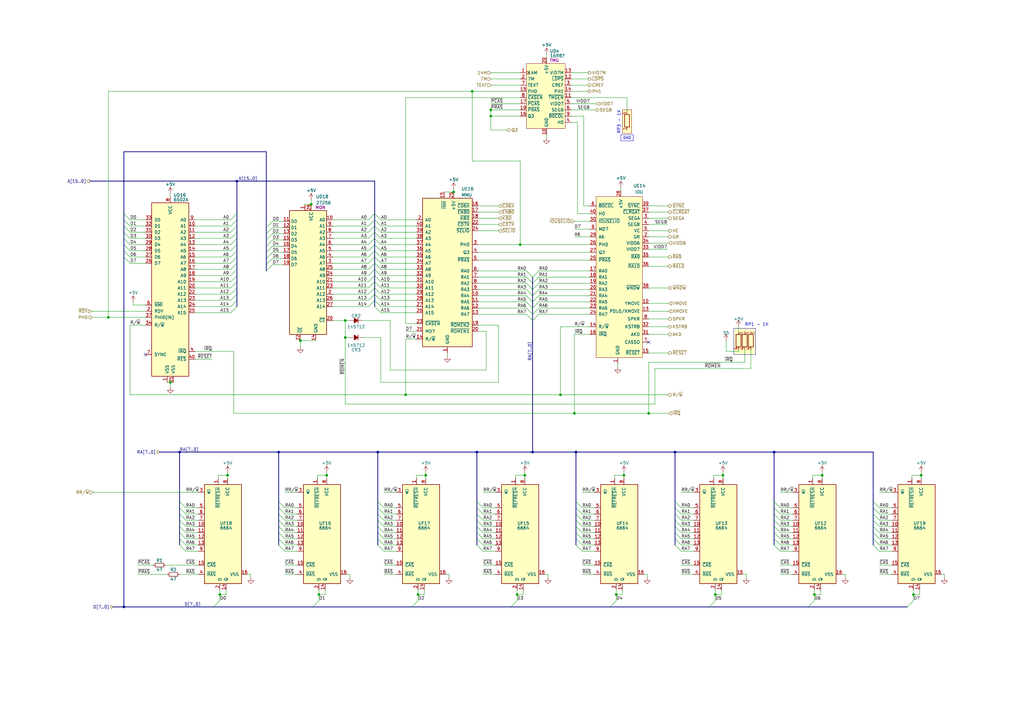
<source format=kicad_sch>
(kicad_sch (version 20230121) (generator eeschema)
  (paper "A3")
  (title_block (title "CPU") (rev "1") (company "bald.ee/bitpreserve") (comment 1 "Apple IIc"))
  (junction (at 255.905 194.945))
  (junction (at 252.73 243.84))
  (junction (at 334.01 243.84))
  (junction (at 229.87 161.925))
  (junction (at 193.675 37.465))
  (junction (at 50.8 248.92))
  (junction (at 235.585 169.545))
  (junction (at 337.185 194.945))
  (junction (at 374.65 243.84))
  (junction (at 93.345 194.945))
  (junction (at 317.5 185.42))
  (junction (at 69.85 156.845))
  (junction (at 236.22 185.42))
  (junction (at 127.635 83.82))
  (junction (at 276.86 185.42))
  (junction (at 154.94 185.42))
  (junction (at 215.265 194.945))
  (junction (at 186.055 78.74))
  (junction (at 266.065 169.545))
  (junction (at 123.19 139.7))
  (junction (at 141.605 131.445))
  (junction (at 174.625 194.945))
  (junction (at 296.545 194.945))
  (junction (at 133.985 194.945))
  (junction (at 114.3 185.42))
  (junction (at 130.81 243.84))
  (junction (at 213.36 100.33))
  (junction (at 218.44 185.42))
  (junction (at 195.58 185.42))
  (junction (at 73.66 185.42))
  (junction (at 377.825 194.945))
  (junction (at 97.155 74.295))
  (junction (at 201.295 45.085))
  (junction (at 90.17 243.84))
  (junction (at 141.605 138.43))
  (junction (at 293.37 243.84))
  (junction (at 212.09 243.84))
  (junction (at 44.45 130.175))
  (junction (at 166.37 161.925))
  (junction (at 201.295 47.625))
  (junction (at 171.45 243.84))
  (no_connect (at 266.065 140.335))
  (no_connect (at 59.69 145.415))
  (bus_entry (at 154.94 210.82) (size 2.54 2.54))
  (bus_entry (at 195.58 208.28) (size 2.54 2.54))
  (bus_entry (at 153.67 105.41) (size -2.54 2.54))
  (bus_entry (at 218.44 126.365) (size -2.54 -2.54))
  (bus_entry (at 317.5 210.82) (size 2.54 2.54))
  (bus_entry (at 276.86 223.52) (size 2.54 2.54))
  (bus_entry (at 317.5 205.74) (size 2.54 2.54))
  (bus_entry (at 73.66 218.44) (size 2.54 2.54))
  (bus_entry (at 236.22 210.82) (size 2.54 2.54))
  (bus_entry (at 109.22 111.125) (size 2.54 -2.54))
  (bus_entry (at 114.3 223.52) (size 2.54 2.54))
  (bus_entry (at 153.67 92.71) (size -2.54 2.54))
  (bus_entry (at 109.22 103.505) (size 2.54 -2.54))
  (bus_entry (at 331.47 248.92) (size 2.54 -2.54))
  (bus_entry (at 153.67 113.03) (size -2.54 2.54))
  (bus_entry (at 195.58 213.36) (size 2.54 2.54))
  (bus_entry (at 153.67 118.11) (size -2.54 2.54))
  (bus_entry (at 317.5 220.98) (size 2.54 2.54))
  (bus_entry (at 50.8 90.17) (size 2.54 2.54))
  (bus_entry (at 153.67 87.63) (size -2.54 2.54))
  (bus_entry (at 153.67 118.11) (size 2.54 2.54))
  (bus_entry (at 153.67 92.71) (size 2.54 2.54))
  (bus_entry (at 154.94 223.52) (size 2.54 2.54))
  (bus_entry (at 195.58 223.52) (size 2.54 2.54))
  (bus_entry (at 153.67 97.79) (size -2.54 2.54))
  (bus_entry (at 153.67 102.87) (size 2.54 2.54))
  (bus_entry (at 114.3 205.74) (size 2.54 2.54))
  (bus_entry (at 218.44 123.825) (size -2.54 -2.54))
  (bus_entry (at 195.58 205.74) (size 2.54 2.54))
  (bus_entry (at 154.94 220.98) (size 2.54 2.54))
  (bus_entry (at 218.44 128.905) (size 2.54 -2.54))
  (bus_entry (at 73.66 208.28) (size 2.54 2.54))
  (bus_entry (at 153.67 125.73) (size 2.54 2.54))
  (bus_entry (at 97.155 87.63) (size -2.54 2.54))
  (bus_entry (at 153.67 123.19) (size 2.54 2.54))
  (bus_entry (at 153.67 110.49) (size -2.54 2.54))
  (bus_entry (at 109.22 93.345) (size 2.54 -2.54))
  (bus_entry (at 358.14 210.82) (size 2.54 2.54))
  (bus_entry (at 218.44 131.445) (size -2.54 -2.54))
  (bus_entry (at 73.66 215.9) (size 2.54 2.54))
  (bus_entry (at 73.66 205.74) (size 2.54 2.54))
  (bus_entry (at 97.155 107.95) (size -2.54 2.54))
  (bus_entry (at 97.155 118.11) (size -2.54 2.54))
  (bus_entry (at 250.19 248.92) (size 2.54 -2.54))
  (bus_entry (at 195.58 220.98) (size 2.54 2.54))
  (bus_entry (at 276.86 208.28) (size 2.54 2.54))
  (bus_entry (at 50.8 105.41) (size 2.54 2.54))
  (bus_entry (at 97.155 100.33) (size -2.54 2.54))
  (bus_entry (at 73.66 213.36) (size 2.54 2.54))
  (bus_entry (at 50.8 97.79) (size 2.54 2.54))
  (bus_entry (at 153.67 100.33) (size 2.54 2.54))
  (bus_entry (at 276.86 210.82) (size 2.54 2.54))
  (bus_entry (at 153.67 87.63) (size 2.54 2.54))
  (bus_entry (at 114.3 220.98) (size 2.54 2.54))
  (bus_entry (at 154.94 213.36) (size 2.54 2.54))
  (bus_entry (at 128.27 248.92) (size 2.54 -2.54))
  (bus_entry (at 153.67 102.87) (size -2.54 2.54))
  (bus_entry (at 168.91 248.92) (size 2.54 -2.54))
  (bus_entry (at 153.67 120.65) (size -2.54 2.54))
  (bus_entry (at 154.94 215.9) (size 2.54 2.54))
  (bus_entry (at 97.155 115.57) (size -2.54 2.54))
  (bus_entry (at 87.63 248.92) (size 2.54 -2.54))
  (bus_entry (at 114.3 213.36) (size 2.54 2.54))
  (bus_entry (at 154.94 208.28) (size 2.54 2.54))
  (bus_entry (at 114.3 218.44) (size 2.54 2.54))
  (bus_entry (at 153.67 97.79) (size 2.54 2.54))
  (bus_entry (at 276.86 213.36) (size 2.54 2.54))
  (bus_entry (at 97.155 110.49) (size -2.54 2.54))
  (bus_entry (at 218.44 123.825) (size 2.54 -2.54))
  (bus_entry (at 317.5 213.36) (size 2.54 2.54))
  (bus_entry (at 218.44 121.285) (size 2.54 -2.54))
  (bus_entry (at 73.66 220.98) (size 2.54 2.54))
  (bus_entry (at 218.44 121.285) (size -2.54 -2.54))
  (bus_entry (at 236.22 223.52) (size 2.54 2.54))
  (bus_entry (at 109.22 100.965) (size 2.54 -2.54))
  (bus_entry (at 97.155 102.87) (size -2.54 2.54))
  (bus_entry (at 218.44 118.745) (size -2.54 -2.54))
  (bus_entry (at 114.3 215.9) (size 2.54 2.54))
  (bus_entry (at 153.67 100.33) (size -2.54 2.54))
  (bus_entry (at 109.22 106.045) (size 2.54 -2.54))
  (bus_entry (at 218.44 116.205) (size 2.54 -2.54))
  (bus_entry (at 153.67 110.49) (size 2.54 2.54))
  (bus_entry (at 236.22 213.36) (size 2.54 2.54))
  (bus_entry (at 153.67 120.65) (size 2.54 2.54))
  (bus_entry (at 317.5 208.28) (size 2.54 2.54))
  (bus_entry (at 97.155 105.41) (size -2.54 2.54))
  (bus_entry (at 114.3 210.82) (size 2.54 2.54))
  (bus_entry (at 358.14 213.36) (size 2.54 2.54))
  (bus_entry (at 358.14 215.9) (size 2.54 2.54))
  (bus_entry (at 290.83 248.92) (size 2.54 -2.54))
  (bus_entry (at 73.66 223.52) (size 2.54 2.54))
  (bus_entry (at 276.86 218.44) (size 2.54 2.54))
  (bus_entry (at 276.86 205.74) (size 2.54 2.54))
  (bus_entry (at 317.5 215.9) (size 2.54 2.54))
  (bus_entry (at 218.44 113.665) (size 2.54 -2.54))
  (bus_entry (at 97.155 90.17) (size -2.54 2.54))
  (bus_entry (at 153.67 115.57) (size -2.54 2.54))
  (bus_entry (at 358.14 220.98) (size 2.54 2.54))
  (bus_entry (at 50.8 87.63) (size 2.54 2.54))
  (bus_entry (at 153.67 113.03) (size 2.54 2.54))
  (bus_entry (at 154.94 205.74) (size 2.54 2.54))
  (bus_entry (at 195.58 218.44) (size 2.54 2.54))
  (bus_entry (at 236.22 205.74) (size 2.54 2.54))
  (bus_entry (at 97.155 97.79) (size -2.54 2.54))
  (bus_entry (at 236.22 208.28) (size 2.54 2.54))
  (bus_entry (at 358.14 205.74) (size 2.54 2.54))
  (bus_entry (at 153.67 95.25) (size -2.54 2.54))
  (bus_entry (at 218.44 126.365) (size 2.54 -2.54))
  (bus_entry (at 153.67 107.95) (size -2.54 2.54))
  (bus_entry (at 236.22 218.44) (size 2.54 2.54))
  (bus_entry (at 358.14 208.28) (size 2.54 2.54))
  (bus_entry (at 50.8 92.71) (size 2.54 2.54))
  (bus_entry (at 236.22 220.98) (size 2.54 2.54))
  (bus_entry (at 73.66 210.82) (size 2.54 2.54))
  (bus_entry (at 195.58 210.82) (size 2.54 2.54))
  (bus_entry (at 218.44 131.445) (size 2.54 -2.54))
  (bus_entry (at 218.44 113.665) (size -2.54 -2.54))
  (bus_entry (at 153.67 90.17) (size -2.54 2.54))
  (bus_entry (at 50.8 102.87) (size 2.54 2.54))
  (bus_entry (at 153.67 115.57) (size 2.54 2.54))
  (bus_entry (at 153.67 90.17) (size 2.54 2.54))
  (bus_entry (at 153.67 123.19) (size -2.54 2.54))
  (bus_entry (at 50.8 95.25) (size 2.54 2.54))
  (bus_entry (at 97.155 113.03) (size -2.54 2.54))
  (bus_entry (at 358.14 218.44) (size 2.54 2.54))
  (bus_entry (at 317.5 218.44) (size 2.54 2.54))
  (bus_entry (at 153.67 95.25) (size 2.54 2.54))
  (bus_entry (at 218.44 116.205) (size -2.54 -2.54))
  (bus_entry (at 276.86 220.98) (size 2.54 2.54))
  (bus_entry (at 218.44 118.745) (size 2.54 -2.54))
  (bus_entry (at 195.58 215.9) (size 2.54 2.54))
  (bus_entry (at 114.3 208.28) (size 2.54 2.54))
  (bus_entry (at 109.22 98.425) (size 2.54 -2.54))
  (bus_entry (at 218.44 128.905) (size -2.54 -2.54))
  (bus_entry (at 109.22 95.885) (size 2.54 -2.54))
  (bus_entry (at 317.5 223.52) (size 2.54 2.54))
  (bus_entry (at 153.67 105.41) (size 2.54 2.54))
  (bus_entry (at 276.86 215.9) (size 2.54 2.54))
  (bus_entry (at 209.55 248.92) (size 2.54 -2.54))
  (bus_entry (at 97.155 125.73) (size -2.54 2.54))
  (bus_entry (at 153.67 107.95) (size 2.54 2.54))
  (bus_entry (at 358.14 223.52) (size 2.54 2.54))
  (bus_entry (at 236.22 215.9) (size 2.54 2.54))
  (bus_entry (at 97.155 92.71) (size -2.54 2.54))
  (bus_entry (at 97.155 95.25) (size -2.54 2.54))
  (bus_entry (at 50.8 100.33) (size 2.54 2.54))
  (bus_entry (at 154.94 218.44) (size 2.54 2.54))
  (bus_entry (at 97.155 123.19) (size -2.54 2.54))
  (bus_entry (at 109.22 108.585) (size 2.54 -2.54))
  (bus_entry (at 372.11 248.92) (size 2.54 -2.54))
  (bus_entry (at 97.155 120.65) (size -2.54 2.54))
  (wire (pts (xy 204.47 156.845) (xy 156.21 156.845)))
  (wire (pts (xy 279.4 201.93) (xy 284.48 201.93)))
  (wire (pts (xy 196.215 103.505) (xy 241.935 103.505)))
  (wire (pts (xy 252.095 196.215) (xy 252.095 194.945)))
  (wire (pts (xy 196.215 118.745) (xy 215.9 118.745)))
  (wire (pts (xy 235.585 97.155) (xy 241.935 97.155)))
  (wire (pts (xy 76.2 215.9) (xy 81.28 215.9)))
  (bus (pts (xy 153.67 120.65) (xy 153.67 118.11)))
  (wire (pts (xy 224.155 55.245) (xy 224.155 56.515)))
  (wire (pts (xy 141.605 138.43) (xy 141.605 165.735)))
  (bus (pts (xy 195.58 215.9) (xy 195.58 218.44)))
  (bus (pts (xy 109.22 62.23) (xy 109.22 93.345)))
  (bus (pts (xy 114.3 205.74) (xy 114.3 208.28)))
  (bus (pts (xy 317.5 218.44) (xy 317.5 220.98)))
  (wire (pts (xy 69.85 79.375) (xy 69.85 80.645)))
  (bus (pts (xy 358.14 220.98) (xy 358.14 223.52)))
  (wire (pts (xy 360.68 208.28) (xy 365.76 208.28)))
  (wire (pts (xy 214.63 243.84) (xy 212.09 243.84)))
  (wire (pts (xy 76.2 220.98) (xy 81.28 220.98)))
  (bus (pts (xy 331.47 248.92) (xy 372.11 248.92)))
  (wire (pts (xy 157.48 201.93) (xy 162.56 201.93)))
  (wire (pts (xy 296.545 194.945) (xy 296.545 196.215)))
  (wire (pts (xy 199.39 151.765) (xy 160.02 151.765)))
  (wire (pts (xy 238.76 201.93) (xy 243.84 201.93)))
  (bus (pts (xy 218.44 185.42) (xy 236.22 185.42)))
  (wire (pts (xy 198.12 223.52) (xy 203.2 223.52)))
  (wire (pts (xy 279.4 226.06) (xy 284.48 226.06)))
  (wire (pts (xy 160.02 131.445) (xy 160.02 151.765)))
  (wire (pts (xy 196.215 121.285) (xy 215.9 121.285)))
  (bus (pts (xy 153.67 123.19) (xy 153.67 120.65)))
  (wire (pts (xy 266.065 97.155) (xy 274.32 97.155)))
  (wire (pts (xy 151.13 102.87) (xy 136.525 102.87)))
  (wire (pts (xy 201.295 53.34) (xy 208.28 53.34)))
  (wire (pts (xy 297.815 139.7) (xy 297.815 144.145)))
  (wire (pts (xy 198.12 220.98) (xy 203.2 220.98)))
  (bus (pts (xy 195.58 213.36) (xy 195.58 215.9)))
  (bus (pts (xy 97.155 92.71) (xy 97.155 95.25)))
  (bus (pts (xy 153.67 102.87) (xy 153.67 100.33)))
  (wire (pts (xy 377.19 241.935) (xy 377.19 243.84)))
  (wire (pts (xy 292.735 196.215) (xy 292.735 194.945)))
  (wire (pts (xy 198.12 235.585) (xy 203.2 235.585)))
  (wire (pts (xy 156.21 123.19) (xy 170.815 123.19)))
  (wire (pts (xy 201.295 44.45) (xy 201.295 45.085)))
  (bus (pts (xy 50.8 105.41) (xy 50.8 248.92)))
  (bus (pts (xy 153.67 90.17) (xy 153.67 87.63)))
  (wire (pts (xy 336.55 241.935) (xy 336.55 243.84)))
  (bus (pts (xy 114.3 218.44) (xy 114.3 220.98)))
  (bus (pts (xy 46.355 248.92) (xy 50.8 248.92)))
  (wire (pts (xy 279.4 213.36) (xy 284.48 213.36)))
  (wire (pts (xy 193.675 37.465) (xy 44.45 37.465)))
  (wire (pts (xy 229.87 133.985) (xy 229.87 161.925)))
  (bus (pts (xy 154.94 208.28) (xy 154.94 210.82)))
  (wire (pts (xy 201.295 34.925) (xy 213.36 34.925)))
  (wire (pts (xy 127.635 81.915) (xy 127.635 83.82)))
  (wire (pts (xy 198.12 208.28) (xy 203.2 208.28)))
  (wire (pts (xy 266.065 169.545) (xy 274.32 169.545)))
  (wire (pts (xy 213.36 40.005) (xy 166.37 40.005)))
  (wire (pts (xy 53.34 107.95) (xy 59.69 107.95)))
  (wire (pts (xy 151.13 97.79) (xy 136.525 97.79)))
  (bus (pts (xy 50.8 87.63) (xy 50.8 62.23)))
  (wire (pts (xy 151.13 95.25) (xy 136.525 95.25)))
  (wire (pts (xy 196.215 89.535) (xy 204.47 89.535)))
  (wire (pts (xy 156.21 138.43) (xy 156.21 156.845)))
  (bus (pts (xy 153.67 92.71) (xy 153.67 90.17)))
  (wire (pts (xy 193.675 66.04) (xy 213.36 66.04)))
  (wire (pts (xy 156.21 102.87) (xy 170.815 102.87)))
  (wire (pts (xy 360.68 235.585) (xy 365.76 235.585)))
  (wire (pts (xy 334.01 243.84) (xy 334.01 246.38)))
  (bus (pts (xy 114.3 215.9) (xy 114.3 218.44)))
  (wire (pts (xy 156.21 90.17) (xy 170.815 90.17)))
  (bus (pts (xy 153.67 105.41) (xy 153.67 102.87)))
  (wire (pts (xy 157.48 208.28) (xy 162.56 208.28)))
  (bus (pts (xy 317.5 208.28) (xy 317.5 210.82)))
  (wire (pts (xy 151.13 110.49) (xy 136.525 110.49)))
  (wire (pts (xy 182.88 235.585) (xy 184.15 235.585)))
  (wire (pts (xy 116.84 208.28) (xy 121.92 208.28)))
  (wire (pts (xy 198.12 226.06) (xy 203.2 226.06)))
  (wire (pts (xy 116.84 235.585) (xy 121.92 235.585)))
  (wire (pts (xy 44.45 130.175) (xy 59.69 130.175)))
  (wire (pts (xy 151.13 90.17) (xy 136.525 90.17)))
  (bus (pts (xy 65.405 185.42) (xy 73.66 185.42)))
  (bus (pts (xy 73.66 215.9) (xy 73.66 218.44)))
  (wire (pts (xy 238.76 223.52) (xy 243.84 223.52)))
  (wire (pts (xy 56.515 231.775) (xy 62.865 231.775)))
  (wire (pts (xy 266.065 127.635) (xy 274.32 127.635)))
  (wire (pts (xy 213.36 66.04) (xy 213.36 100.33)))
  (wire (pts (xy 255.27 241.935) (xy 255.27 243.84)))
  (bus (pts (xy 250.19 248.92) (xy 290.83 248.92)))
  (wire (pts (xy 196.215 116.205) (xy 215.9 116.205)))
  (wire (pts (xy 266.065 133.985) (xy 274.32 133.985)))
  (bus (pts (xy 97.155 118.11) (xy 97.155 120.65)))
  (wire (pts (xy 198.12 215.9) (xy 203.2 215.9)))
  (wire (pts (xy 212.09 243.84) (xy 212.09 246.38)))
  (wire (pts (xy 213.36 100.33) (xy 241.935 100.33)))
  (wire (pts (xy 220.98 111.125) (xy 241.935 111.125)))
  (wire (pts (xy 279.4 220.98) (xy 284.48 220.98)))
  (bus (pts (xy 73.66 208.28) (xy 73.66 210.82)))
  (bus (pts (xy 97.155 87.63) (xy 97.155 90.17)))
  (wire (pts (xy 94.615 92.71) (xy 80.01 92.71)))
  (wire (pts (xy 37.465 130.175) (xy 44.45 130.175)))
  (wire (pts (xy 201.295 29.845) (xy 213.36 29.845)))
  (wire (pts (xy 156.21 128.27) (xy 170.815 128.27)))
  (wire (pts (xy 156.21 92.71) (xy 170.815 92.71)))
  (wire (pts (xy 220.98 113.665) (xy 241.935 113.665)))
  (wire (pts (xy 174.625 194.945) (xy 174.625 196.215)))
  (wire (pts (xy 266.065 148.59) (xy 266.065 169.545)))
  (wire (pts (xy 377.825 194.945) (xy 377.825 196.215)))
  (bus (pts (xy 50.8 95.25) (xy 50.8 97.79)))
  (wire (pts (xy 94.615 128.27) (xy 80.01 128.27)))
  (bus (pts (xy 218.44 126.365) (xy 218.44 128.905)))
  (wire (pts (xy 224.79 235.585) (xy 224.79 236.855)))
  (wire (pts (xy 266.065 118.11) (xy 274.32 118.11)))
  (wire (pts (xy 151.13 120.65) (xy 136.525 120.65)))
  (wire (pts (xy 302.895 133.985) (xy 302.895 135.89)))
  (wire (pts (xy 234.315 45.085) (xy 244.475 45.085)))
  (wire (pts (xy 235.585 137.16) (xy 235.585 169.545)))
  (bus (pts (xy 358.14 210.82) (xy 358.14 213.36)))
  (wire (pts (xy 53.34 90.17) (xy 59.69 90.17)))
  (wire (pts (xy 111.76 100.965) (xy 116.205 100.965)))
  (wire (pts (xy 94.615 115.57) (xy 80.01 115.57)))
  (wire (pts (xy 156.21 100.33) (xy 170.815 100.33)))
  (wire (pts (xy 238.76 208.28) (xy 243.84 208.28)))
  (bus (pts (xy 317.5 215.9) (xy 317.5 218.44)))
  (wire (pts (xy 220.98 121.285) (xy 241.935 121.285)))
  (wire (pts (xy 235.585 137.16) (xy 241.935 137.16)))
  (wire (pts (xy 223.52 235.585) (xy 224.79 235.585)))
  (wire (pts (xy 292.735 194.945) (xy 296.545 194.945)))
  (wire (pts (xy 94.615 118.11) (xy 80.01 118.11)))
  (wire (pts (xy 196.215 106.68) (xy 241.935 106.68)))
  (wire (pts (xy 54.61 125.095) (xy 59.69 125.095)))
  (bus (pts (xy 73.66 210.82) (xy 73.66 213.36)))
  (wire (pts (xy 241.935 84.455) (xy 239.395 84.455)))
  (wire (pts (xy 151.13 118.11) (xy 136.525 118.11)))
  (wire (pts (xy 183.515 144.78) (xy 183.515 146.05)))
  (wire (pts (xy 94.615 100.33) (xy 80.01 100.33)))
  (wire (pts (xy 239.395 47.625) (xy 239.395 84.455)))
  (wire (pts (xy 196.215 113.665) (xy 215.9 113.665)))
  (wire (pts (xy 125.095 83.82) (xy 127.635 83.82)))
  (bus (pts (xy 358.14 218.44) (xy 358.14 220.98)))
  (wire (pts (xy 201.295 47.625) (xy 201.295 53.34)))
  (wire (pts (xy 198.12 218.44) (xy 203.2 218.44)))
  (bus (pts (xy 97.155 102.87) (xy 97.155 105.41)))
  (wire (pts (xy 320.04 213.36) (xy 325.12 213.36)))
  (bus (pts (xy 218.44 121.285) (xy 218.44 123.825)))
  (bus (pts (xy 236.22 205.74) (xy 236.22 208.28)))
  (bus (pts (xy 276.86 218.44) (xy 276.86 220.98)))
  (wire (pts (xy 198.12 213.36) (xy 203.2 213.36)))
  (bus (pts (xy 73.66 185.42) (xy 114.3 185.42)))
  (wire (pts (xy 69.85 156.845) (xy 69.85 158.75)))
  (wire (pts (xy 238.76 220.98) (xy 243.84 220.98)))
  (bus (pts (xy 114.3 213.36) (xy 114.3 215.9)))
  (bus (pts (xy 317.5 210.82) (xy 317.5 213.36)))
  (wire (pts (xy 73.66 235.585) (xy 81.28 235.585)))
  (bus (pts (xy 358.14 185.42) (xy 358.14 205.74)))
  (bus (pts (xy 218.44 118.745) (xy 218.44 121.285)))
  (wire (pts (xy 116.84 231.775) (xy 121.92 231.775)))
  (wire (pts (xy 151.13 105.41) (xy 136.525 105.41)))
  (wire (pts (xy 76.2 213.36) (xy 81.28 213.36)))
  (wire (pts (xy 130.81 243.84) (xy 130.81 241.935)))
  (bus (pts (xy 97.155 90.17) (xy 97.155 92.71)))
  (bus (pts (xy 50.8 87.63) (xy 50.8 90.17)))
  (wire (pts (xy 142.24 235.585) (xy 143.51 235.585)))
  (wire (pts (xy 90.17 243.84) (xy 90.17 246.38)))
  (wire (pts (xy 346.71 235.585) (xy 346.71 236.855)))
  (wire (pts (xy 266.065 130.81) (xy 274.32 130.81)))
  (wire (pts (xy 266.065 84.455) (xy 274.32 84.455)))
  (bus (pts (xy 153.67 125.73) (xy 153.67 123.19)))
  (wire (pts (xy 170.815 194.945) (xy 174.625 194.945)))
  (bus (pts (xy 276.86 213.36) (xy 276.86 215.9)))
  (wire (pts (xy 211.455 196.215) (xy 211.455 194.945)))
  (wire (pts (xy 93.345 193.675) (xy 93.345 194.945)))
  (wire (pts (xy 266.065 89.535) (xy 274.32 89.535)))
  (bus (pts (xy 236.22 185.42) (xy 236.22 205.74)))
  (wire (pts (xy 38.1 201.93) (xy 81.28 201.93)))
  (wire (pts (xy 337.185 194.945) (xy 337.185 196.215)))
  (bus (pts (xy 97.155 110.49) (xy 97.155 113.03)))
  (bus (pts (xy 218.44 116.205) (xy 218.44 118.745)))
  (wire (pts (xy 238.76 231.775) (xy 243.84 231.775)))
  (wire (pts (xy 279.4 218.44) (xy 284.48 218.44)))
  (wire (pts (xy 334.01 243.84) (xy 334.01 241.935)))
  (wire (pts (xy 201.295 32.385) (xy 213.36 32.385)))
  (wire (pts (xy 279.4 215.9) (xy 284.48 215.9)))
  (wire (pts (xy 279.4 210.82) (xy 284.48 210.82)))
  (wire (pts (xy 196.215 100.33) (xy 213.36 100.33)))
  (wire (pts (xy 235.585 93.98) (xy 241.935 93.98)))
  (wire (pts (xy 156.21 97.79) (xy 170.815 97.79)))
  (wire (pts (xy 166.37 161.925) (xy 53.34 161.925)))
  (wire (pts (xy 94.615 120.65) (xy 80.01 120.65)))
  (wire (pts (xy 116.84 201.93) (xy 121.92 201.93)))
  (wire (pts (xy 101.6 235.585) (xy 102.87 235.585)))
  (wire (pts (xy 92.71 241.935) (xy 92.71 243.84)))
  (bus (pts (xy 153.67 97.79) (xy 153.67 95.25)))
  (bus (pts (xy 153.67 110.49) (xy 153.67 107.95)))
  (wire (pts (xy 196.215 94.615) (xy 204.47 94.615)))
  (wire (pts (xy 94.615 95.25) (xy 80.01 95.25)))
  (wire (pts (xy 320.04 210.82) (xy 325.12 210.82)))
  (bus (pts (xy 36.83 74.295) (xy 97.155 74.295)))
  (wire (pts (xy 266.065 105.41) (xy 274.32 105.41)))
  (bus (pts (xy 154.94 205.74) (xy 154.94 208.28)))
  (bus (pts (xy 317.5 185.42) (xy 358.14 185.42)))
  (wire (pts (xy 156.21 107.95) (xy 170.815 107.95)))
  (wire (pts (xy 171.45 243.84) (xy 171.45 246.38)))
  (bus (pts (xy 153.67 74.295) (xy 153.67 87.63)))
  (bus (pts (xy 218.44 113.665) (xy 218.44 116.205)))
  (wire (pts (xy 320.04 235.585) (xy 325.12 235.585)))
  (wire (pts (xy 374.65 243.84) (xy 377.19 243.84)))
  (wire (pts (xy 166.37 139.065) (xy 170.815 139.065)))
  (wire (pts (xy 116.84 210.82) (xy 121.92 210.82)))
  (wire (pts (xy 94.615 97.79) (xy 80.01 97.79)))
  (bus (pts (xy 154.94 215.9) (xy 154.94 218.44)))
  (wire (pts (xy 266.065 148.59) (xy 305.435 148.59)))
  (bus (pts (xy 153.67 95.25) (xy 153.67 92.71)))
  (bus (pts (xy 195.58 218.44) (xy 195.58 220.98)))
  (wire (pts (xy 264.16 235.585) (xy 265.43 235.585)))
  (wire (pts (xy 255.905 194.945) (xy 255.905 196.215)))
  (bus (pts (xy 109.22 108.585) (xy 109.22 111.125)))
  (wire (pts (xy 156.21 105.41) (xy 170.815 105.41)))
  (wire (pts (xy 196.215 86.995) (xy 204.47 86.995)))
  (bus (pts (xy 73.66 185.42) (xy 73.66 205.74)))
  (wire (pts (xy 196.215 128.905) (xy 215.9 128.905)))
  (wire (pts (xy 157.48 213.36) (xy 162.56 213.36)))
  (wire (pts (xy 151.13 92.71) (xy 136.525 92.71)))
  (wire (pts (xy 295.91 243.84) (xy 293.37 243.84)))
  (bus (pts (xy 153.67 107.95) (xy 153.67 105.41)))
  (bus (pts (xy 97.155 74.295) (xy 153.67 74.295)))
  (wire (pts (xy 360.68 231.775) (xy 365.76 231.775)))
  (wire (pts (xy 235.585 169.545) (xy 266.065 169.545)))
  (bus (pts (xy 236.22 220.98) (xy 236.22 223.52)))
  (bus (pts (xy 154.94 210.82) (xy 154.94 213.36)))
  (wire (pts (xy 336.55 243.84) (xy 334.01 243.84)))
  (bus (pts (xy 50.8 102.87) (xy 50.8 105.41)))
  (wire (pts (xy 360.68 220.98) (xy 365.76 220.98)))
  (bus (pts (xy 109.22 95.885) (xy 109.22 98.425)))
  (wire (pts (xy 111.76 93.345) (xy 116.205 93.345)))
  (wire (pts (xy 386.08 235.585) (xy 387.35 235.585)))
  (bus (pts (xy 236.22 215.9) (xy 236.22 218.44)))
  (wire (pts (xy 302.895 144.145) (xy 297.815 144.145)))
  (bus (pts (xy 317.5 185.42) (xy 317.5 205.74)))
  (wire (pts (xy 333.375 194.945) (xy 337.185 194.945)))
  (bus (pts (xy 97.155 100.33) (xy 97.155 102.87)))
  (bus (pts (xy 50.8 90.17) (xy 50.8 92.71)))
  (wire (pts (xy 94.615 107.95) (xy 80.01 107.95)))
  (wire (pts (xy 215.265 193.675) (xy 215.265 194.945)))
  (wire (pts (xy 76.2 226.06) (xy 81.28 226.06)))
  (wire (pts (xy 213.36 47.625) (xy 201.295 47.625)))
  (wire (pts (xy 295.91 241.935) (xy 295.91 243.84)))
  (wire (pts (xy 116.84 213.36) (xy 121.92 213.36)))
  (wire (pts (xy 196.215 133.35) (xy 204.47 133.35)))
  (wire (pts (xy 201.295 45.085) (xy 213.36 45.085)))
  (wire (pts (xy 53.34 100.33) (xy 59.69 100.33)))
  (bus (pts (xy 209.55 248.92) (xy 250.19 248.92)))
  (wire (pts (xy 305.435 143.51) (xy 305.435 148.59)))
  (wire (pts (xy 53.34 161.925) (xy 53.34 133.35)))
  (wire (pts (xy 374.015 196.215) (xy 374.015 194.945)))
  (wire (pts (xy 320.04 218.44) (xy 325.12 218.44)))
  (bus (pts (xy 97.155 113.03) (xy 97.155 115.57)))
  (wire (pts (xy 257.175 40.005) (xy 257.175 45.72)))
  (bus (pts (xy 114.3 208.28) (xy 114.3 210.82)))
  (bus (pts (xy 128.27 248.92) (xy 168.91 248.92)))
  (wire (pts (xy 306.07 235.585) (xy 306.07 236.855)))
  (wire (pts (xy 238.76 213.36) (xy 243.84 213.36)))
  (wire (pts (xy 193.675 37.465) (xy 213.36 37.465)))
  (wire (pts (xy 196.215 84.455) (xy 204.47 84.455)))
  (wire (pts (xy 387.35 235.585) (xy 387.35 236.855)))
  (wire (pts (xy 37.465 127.635) (xy 59.69 127.635)))
  (wire (pts (xy 215.265 194.945) (xy 215.265 196.215)))
  (wire (pts (xy 238.76 218.44) (xy 243.84 218.44)))
  (wire (pts (xy 92.71 243.84) (xy 90.17 243.84)))
  (bus (pts (xy 73.66 213.36) (xy 73.66 215.9)))
  (wire (pts (xy 214.63 241.935) (xy 214.63 243.84)))
  (bus (pts (xy 236.22 213.36) (xy 236.22 215.9)))
  (bus (pts (xy 276.86 205.74) (xy 276.86 208.28)))
  (wire (pts (xy 238.76 210.82) (xy 243.84 210.82)))
  (wire (pts (xy 141.605 138.43) (xy 141.605 131.445)))
  (wire (pts (xy 151.13 125.73) (xy 136.525 125.73)))
  (wire (pts (xy 156.21 110.49) (xy 170.815 110.49)))
  (wire (pts (xy 157.48 231.775) (xy 162.56 231.775)))
  (wire (pts (xy 345.44 235.585) (xy 346.71 235.585)))
  (wire (pts (xy 133.35 241.935) (xy 133.35 243.84)))
  (wire (pts (xy 171.45 243.84) (xy 171.45 241.935)))
  (wire (pts (xy 333.375 196.215) (xy 333.375 194.945)))
  (wire (pts (xy 111.76 108.585) (xy 116.205 108.585)))
  (wire (pts (xy 53.34 97.79) (xy 59.69 97.79)))
  (wire (pts (xy 130.81 243.84) (xy 130.81 246.38)))
  (wire (pts (xy 279.4 223.52) (xy 284.48 223.52)))
  (bus (pts (xy 50.8 100.33) (xy 50.8 102.87)))
  (wire (pts (xy 252.73 243.84) (xy 252.73 241.935)))
  (wire (pts (xy 94.615 102.87) (xy 80.01 102.87)))
  (wire (pts (xy 76.2 208.28) (xy 81.28 208.28)))
  (wire (pts (xy 320.04 226.06) (xy 325.12 226.06)))
  (wire (pts (xy 151.13 123.19) (xy 136.525 123.19)))
  (wire (pts (xy 266.065 144.78) (xy 274.32 144.78)))
  (wire (pts (xy 94.615 110.49) (xy 80.01 110.49)))
  (wire (pts (xy 111.76 95.885) (xy 116.205 95.885)))
  (wire (pts (xy 234.315 37.465) (xy 241.3 37.465)))
  (bus (pts (xy 290.83 248.92) (xy 331.47 248.92)))
  (wire (pts (xy 266.065 109.22) (xy 274.32 109.22)))
  (bus (pts (xy 195.58 210.82) (xy 195.58 213.36)))
  (wire (pts (xy 80.01 147.32) (xy 86.995 147.32)))
  (bus (pts (xy 114.3 185.42) (xy 114.3 205.74)))
  (bus (pts (xy 114.3 185.42) (xy 154.94 185.42)))
  (wire (pts (xy 151.13 115.57) (xy 136.525 115.57)))
  (bus (pts (xy 195.58 185.42) (xy 218.44 185.42)))
  (wire (pts (xy 196.215 135.89) (xy 199.39 135.89)))
  (wire (pts (xy 196.215 126.365) (xy 215.9 126.365)))
  (wire (pts (xy 224.155 22.225) (xy 224.155 23.495)))
  (bus (pts (xy 97.155 95.25) (xy 97.155 97.79)))
  (wire (pts (xy 220.98 123.825) (xy 241.935 123.825)))
  (wire (pts (xy 76.2 210.82) (xy 81.28 210.82)))
  (wire (pts (xy 201.295 42.545) (xy 213.36 42.545)))
  (bus (pts (xy 50.8 97.79) (xy 50.8 100.33)))
  (wire (pts (xy 252.095 194.945) (xy 255.905 194.945)))
  (wire (pts (xy 95.885 169.545) (xy 235.585 169.545)))
  (wire (pts (xy 68.58 156.845) (xy 69.85 156.845)))
  (wire (pts (xy 141.605 165.735) (xy 268.605 165.735)))
  (wire (pts (xy 293.37 243.84) (xy 293.37 241.935)))
  (wire (pts (xy 360.68 201.93) (xy 365.76 201.93)))
  (wire (pts (xy 151.13 107.95) (xy 136.525 107.95)))
  (wire (pts (xy 279.4 235.585) (xy 284.48 235.585)))
  (wire (pts (xy 265.43 235.585) (xy 265.43 236.855)))
  (bus (pts (xy 153.67 113.03) (xy 153.67 110.49)))
  (bus (pts (xy 97.155 74.295) (xy 97.155 87.63)))
  (bus (pts (xy 114.3 220.98) (xy 114.3 223.52)))
  (bus (pts (xy 168.91 248.92) (xy 209.55 248.92)))
  (wire (pts (xy 133.35 243.84) (xy 130.81 243.84)))
  (wire (pts (xy 201.295 45.085) (xy 201.295 47.625)))
  (wire (pts (xy 337.185 193.675) (xy 337.185 194.945)))
  (wire (pts (xy 255.905 193.675) (xy 255.905 194.945)))
  (wire (pts (xy 76.2 223.52) (xy 81.28 223.52)))
  (wire (pts (xy 238.76 215.9) (xy 243.84 215.9)))
  (wire (pts (xy 279.4 208.28) (xy 284.48 208.28)))
  (wire (pts (xy 320.04 223.52) (xy 325.12 223.52)))
  (wire (pts (xy 93.345 194.945) (xy 93.345 196.215)))
  (bus (pts (xy 87.63 248.92) (xy 128.27 248.92)))
  (wire (pts (xy 116.84 226.06) (xy 121.92 226.06)))
  (wire (pts (xy 198.12 231.775) (xy 203.2 231.775)))
  (bus (pts (xy 154.94 185.42) (xy 195.58 185.42)))
  (wire (pts (xy 156.21 95.25) (xy 170.815 95.25)))
  (wire (pts (xy 320.04 220.98) (xy 325.12 220.98)))
  (bus (pts (xy 153.67 100.33) (xy 153.67 97.79)))
  (bus (pts (xy 73.66 205.74) (xy 73.66 208.28)))
  (bus (pts (xy 97.155 123.19) (xy 97.155 125.73)))
  (bus (pts (xy 317.5 213.36) (xy 317.5 215.9)))
  (wire (pts (xy 360.68 213.36) (xy 365.76 213.36)))
  (wire (pts (xy 234.315 34.925) (xy 241.3 34.925)))
  (wire (pts (xy 67.945 231.775) (xy 81.28 231.775)))
  (wire (pts (xy 170.815 132.715) (xy 166.37 132.715)))
  (wire (pts (xy 95.885 144.145) (xy 95.885 169.545)))
  (bus (pts (xy 276.86 185.42) (xy 276.86 205.74)))
  (wire (pts (xy 166.37 40.005) (xy 166.37 132.715)))
  (wire (pts (xy 235.585 90.805) (xy 241.935 90.805)))
  (wire (pts (xy 53.34 133.35) (xy 59.69 133.35)))
  (wire (pts (xy 266.065 124.46) (xy 274.32 124.46)))
  (bus (pts (xy 154.94 218.44) (xy 154.94 220.98)))
  (bus (pts (xy 195.58 220.98) (xy 195.58 223.52)))
  (wire (pts (xy 236.855 50.165) (xy 236.855 87.63)))
  (bus (pts (xy 195.58 208.28) (xy 195.58 210.82)))
  (bus (pts (xy 218.44 123.825) (xy 218.44 126.365)))
  (wire (pts (xy 196.215 92.075) (xy 204.47 92.075)))
  (wire (pts (xy 320.04 201.93) (xy 325.12 201.93)))
  (wire (pts (xy 56.515 235.585) (xy 68.58 235.585)))
  (wire (pts (xy 130.175 194.945) (xy 133.985 194.945)))
  (wire (pts (xy 244.475 42.545) (xy 234.315 42.545)))
  (bus (pts (xy 218.44 131.445) (xy 218.44 185.42)))
  (wire (pts (xy 133.985 194.945) (xy 133.985 196.215)))
  (wire (pts (xy 94.615 105.41) (xy 80.01 105.41)))
  (wire (pts (xy 69.85 156.845) (xy 71.12 156.845)))
  (wire (pts (xy 141.605 131.445) (xy 143.51 131.445)))
  (wire (pts (xy 116.84 220.98) (xy 121.92 220.98)))
  (wire (pts (xy 252.73 243.84) (xy 252.73 246.38)))
  (wire (pts (xy 253.365 149.225) (xy 253.365 150.495)))
  (wire (pts (xy 157.48 235.585) (xy 162.56 235.585)))
  (wire (pts (xy 374.65 243.84) (xy 374.65 246.38)))
  (bus (pts (xy 114.3 210.82) (xy 114.3 213.36)))
  (wire (pts (xy 234.315 32.385) (xy 241.3 32.385)))
  (wire (pts (xy 377.825 193.675) (xy 377.825 194.945)))
  (wire (pts (xy 279.4 231.775) (xy 284.48 231.775)))
  (bus (pts (xy 358.14 215.9) (xy 358.14 218.44)))
  (wire (pts (xy 220.98 118.745) (xy 241.935 118.745)))
  (bus (pts (xy 97.155 115.57) (xy 97.155 118.11)))
  (wire (pts (xy 143.51 138.43) (xy 141.605 138.43)))
  (wire (pts (xy 293.37 243.84) (xy 293.37 246.38)))
  (wire (pts (xy 204.47 133.35) (xy 204.47 156.845)))
  (wire (pts (xy 156.21 125.73) (xy 170.815 125.73)))
  (wire (pts (xy 90.17 243.84) (xy 90.17 241.935)))
  (wire (pts (xy 166.37 161.925) (xy 166.37 139.065)))
  (bus (pts (xy 195.58 185.42) (xy 195.58 205.74)))
  (wire (pts (xy 254.635 76.835) (xy 254.635 78.105)))
  (wire (pts (xy 320.04 215.9) (xy 325.12 215.9)))
  (wire (pts (xy 116.84 215.9) (xy 121.92 215.9)))
  (wire (pts (xy 238.76 226.06) (xy 243.84 226.06)))
  (wire (pts (xy 229.87 161.925) (xy 166.37 161.925)))
  (wire (pts (xy 94.615 113.03) (xy 80.01 113.03)))
  (wire (pts (xy 255.27 243.84) (xy 252.73 243.84)))
  (wire (pts (xy 220.98 116.205) (xy 241.935 116.205)))
  (bus (pts (xy 236.22 208.28) (xy 236.22 210.82)))
  (wire (pts (xy 111.76 90.805) (xy 116.205 90.805)))
  (wire (pts (xy 44.45 37.465) (xy 44.45 130.175)))
  (bus (pts (xy 73.66 220.98) (xy 73.66 223.52)))
  (bus (pts (xy 236.22 185.42) (xy 276.86 185.42)))
  (bus (pts (xy 97.155 105.41) (xy 97.155 107.95)))
  (wire (pts (xy 182.245 78.74) (xy 186.055 78.74)))
  (wire (pts (xy 199.39 135.89) (xy 199.39 151.765)))
  (wire (pts (xy 186.055 77.47) (xy 186.055 78.74)))
  (wire (pts (xy 94.615 125.73) (xy 80.01 125.73)))
  (wire (pts (xy 360.68 223.52) (xy 365.76 223.52)))
  (wire (pts (xy 173.99 241.935) (xy 173.99 243.84)))
  (bus (pts (xy 50.8 248.92) (xy 87.63 248.92)))
  (bus (pts (xy 73.66 218.44) (xy 73.66 220.98)))
  (bus (pts (xy 50.8 62.23) (xy 109.22 62.23)))
  (bus (pts (xy 317.5 205.74) (xy 317.5 208.28)))
  (wire (pts (xy 123.19 139.7) (xy 123.19 142.24)))
  (bus (pts (xy 109.22 98.425) (xy 109.22 100.965)))
  (wire (pts (xy 212.09 243.84) (xy 212.09 241.935)))
  (wire (pts (xy 220.98 128.905) (xy 241.935 128.905)))
  (wire (pts (xy 236.855 87.63) (xy 241.935 87.63)))
  (wire (pts (xy 94.615 90.17) (xy 80.01 90.17)))
  (wire (pts (xy 156.21 113.03) (xy 170.815 113.03)))
  (bus (pts (xy 109.22 103.505) (xy 109.22 106.045)))
  (wire (pts (xy 54.61 125.095) (xy 54.61 123.825)))
  (wire (pts (xy 198.12 201.93) (xy 203.2 201.93)))
  (wire (pts (xy 157.48 223.52) (xy 162.56 223.52)))
  (wire (pts (xy 102.87 235.585) (xy 102.87 236.855)))
  (wire (pts (xy 360.68 215.9) (xy 365.76 215.9)))
  (wire (pts (xy 156.21 120.65) (xy 170.815 120.65)))
  (wire (pts (xy 229.87 161.925) (xy 274.32 161.925)))
  (wire (pts (xy 266.065 137.16) (xy 274.32 137.16)))
  (wire (pts (xy 360.68 218.44) (xy 365.76 218.44)))
  (wire (pts (xy 53.34 105.41) (xy 59.69 105.41)))
  (wire (pts (xy 193.675 37.465) (xy 193.675 66.04)))
  (bus (pts (xy 97.155 97.79) (xy 97.155 100.33)))
  (wire (pts (xy 89.535 194.945) (xy 93.345 194.945)))
  (wire (pts (xy 111.76 106.045) (xy 116.205 106.045)))
  (wire (pts (xy 111.76 103.505) (xy 116.205 103.505)))
  (wire (pts (xy 268.605 151.13) (xy 268.605 165.735)))
  (wire (pts (xy 238.76 235.585) (xy 243.84 235.585)))
  (bus (pts (xy 153.67 118.11) (xy 153.67 115.57)))
  (wire (pts (xy 157.48 220.98) (xy 162.56 220.98)))
  (wire (pts (xy 304.8 235.585) (xy 306.07 235.585)))
  (wire (pts (xy 266.065 94.615) (xy 274.32 94.615)))
  (bus (pts (xy 276.86 220.98) (xy 276.86 223.52)))
  (wire (pts (xy 266.065 99.695) (xy 274.32 99.695)))
  (wire (pts (xy 53.34 95.25) (xy 59.69 95.25)))
  (wire (pts (xy 53.34 102.87) (xy 59.69 102.87)))
  (bus (pts (xy 109.22 106.045) (xy 109.22 108.585)))
  (wire (pts (xy 156.21 138.43) (xy 148.59 138.43)))
  (wire (pts (xy 174.625 193.675) (xy 174.625 194.945)))
  (bus (pts (xy 154.94 220.98) (xy 154.94 223.52)))
  (wire (pts (xy 234.315 29.845) (xy 241.3 29.845)))
  (bus (pts (xy 276.86 208.28) (xy 276.86 210.82)))
  (bus (pts (xy 358.14 208.28) (xy 358.14 210.82)))
  (wire (pts (xy 94.615 123.19) (xy 80.01 123.19)))
  (wire (pts (xy 151.13 100.33) (xy 136.525 100.33)))
  (wire (pts (xy 360.68 226.06) (xy 365.76 226.06)))
  (wire (pts (xy 302.895 143.51) (xy 302.895 144.145)))
  (wire (pts (xy 173.99 243.84) (xy 171.45 243.84)))
  (wire (pts (xy 241.935 133.985) (xy 229.87 133.985)))
  (wire (pts (xy 76.2 218.44) (xy 81.28 218.44)))
  (wire (pts (xy 211.455 194.945) (xy 215.265 194.945)))
  (bus (pts (xy 236.22 210.82) (xy 236.22 213.36)))
  (wire (pts (xy 53.34 92.71) (xy 59.69 92.71)))
  (wire (pts (xy 307.975 143.51) (xy 307.975 151.13)))
  (wire (pts (xy 160.02 131.445) (xy 148.59 131.445)))
  (bus (pts (xy 236.22 218.44) (xy 236.22 220.98)))
  (wire (pts (xy 320.04 231.775) (xy 325.12 231.775)))
  (wire (pts (xy 111.76 98.425) (xy 116.205 98.425)))
  (bus (pts (xy 109.22 93.345) (xy 109.22 95.885)))
  (wire (pts (xy 133.985 193.675) (xy 133.985 194.945)))
  (wire (pts (xy 307.975 151.13) (xy 268.605 151.13)))
  (wire (pts (xy 116.84 218.44) (xy 121.92 218.44)))
  (wire (pts (xy 234.315 47.625) (xy 239.395 47.625)))
  (bus (pts (xy 154.94 185.42) (xy 154.94 205.74)))
  (wire (pts (xy 266.065 92.075) (xy 273.685 92.075)))
  (wire (pts (xy 170.815 196.215) (xy 170.815 194.945)))
  (wire (pts (xy 157.48 215.9) (xy 162.56 215.9)))
  (wire (pts (xy 151.13 113.03) (xy 136.525 113.03)))
  (bus (pts (xy 154.94 213.36) (xy 154.94 215.9)))
  (bus (pts (xy 50.8 92.71) (xy 50.8 95.25)))
  (wire (pts (xy 196.215 123.825) (xy 215.9 123.825)))
  (wire (pts (xy 156.21 115.57) (xy 170.815 115.57)))
  (wire (pts (xy 80.01 144.145) (xy 95.885 144.145)))
  (wire (pts (xy 234.315 40.005) (xy 257.175 40.005)))
  (wire (pts (xy 157.48 226.06) (xy 162.56 226.06)))
  (wire (pts (xy 234.315 50.165) (xy 236.855 50.165)))
  (bus (pts (xy 358.14 205.74) (xy 358.14 208.28)))
  (wire (pts (xy 360.68 210.82) (xy 365.76 210.82)))
  (wire (pts (xy 136.525 131.445) (xy 141.605 131.445)))
  (bus (pts (xy 276.86 215.9) (xy 276.86 218.44)))
  (bus (pts (xy 218.44 128.905) (xy 218.44 131.445)))
  (bus (pts (xy 97.155 120.65) (xy 97.155 123.19)))
  (wire (pts (xy 157.48 218.44) (xy 162.56 218.44)))
  (wire (pts (xy 184.15 235.585) (xy 184.15 236.855)))
  (wire (pts (xy 89.535 196.215) (xy 89.535 194.945)))
  (wire (pts (xy 123.19 139.7) (xy 129.54 139.7)))
  (wire (pts (xy 220.98 126.365) (xy 241.935 126.365)))
  (bus (pts (xy 195.58 205.74) (xy 195.58 208.28)))
  (bus (pts (xy 276.86 210.82) (xy 276.86 213.36)))
  (bus (pts (xy 358.14 213.36) (xy 358.14 215.9)))
  (wire (pts (xy 157.48 210.82) (xy 162.56 210.82)))
  (wire (pts (xy 296.545 193.675) (xy 296.545 194.945)))
  (wire (pts (xy 156.21 118.11) (xy 170.815 118.11)))
  (wire (pts (xy 130.175 196.215) (xy 130.175 194.945)))
  (bus (pts (xy 97.155 107.95) (xy 97.155 110.49)))
  (wire (pts (xy 374.015 194.945) (xy 377.825 194.945)))
  (wire (pts (xy 143.51 235.585) (xy 143.51 236.855)))
  (wire (pts (xy 116.84 223.52) (xy 121.92 223.52)))
  (wire (pts (xy 196.215 111.125) (xy 215.9 111.125)))
  (bus (pts (xy 109.22 100.965) (xy 109.22 103.505)))
  (wire (pts (xy 374.65 243.84) (xy 374.65 241.935)))
  (wire (pts (xy 266.065 86.995) (xy 274.32 86.995)))
  (bus (pts (xy 317.5 220.98) (xy 317.5 223.52)))
  (bus (pts (xy 276.86 185.42) (xy 317.5 185.42)))
  (wire (pts (xy 166.37 135.89) (xy 170.815 135.89)))
  (wire (pts (xy 266.065 102.235) (xy 273.685 102.235)))
  (bus (pts (xy 153.67 115.57) (xy 153.67 113.03)))
  (wire (pts (xy 320.04 208.28) (xy 325.12 208.28)))
  (wire (pts (xy 198.12 210.82) (xy 203.2 210.82)))
  (rectangle (start 300.99 134.62) (end 309.88 145.415) (fill (type color) (color 255 255 194 1)))
  (rectangle (start 255.27 45.085) (end 259.08 54.61) (stroke (width 0) (color 132 0 0 1)) (fill (type color) (color 255 255 194 1)))
  (text_box "GND" (at 254.635 55.245 0) (size 5.08 2.54) (effects (font (size 1 1))))
  (text "RP1 - 1K" (at 305.435 133.985 0) (effects (font (size 1.27 1.27)) (justify left bottom)))
  (text "RP3 - 1K" (at 254.635 45.085 90) (effects (font (size 1.27 1.27)) (justify right bottom)))
  (label "A7" (at 93.98 107.95 180))
  (label "A12" (at 156.21 120.65 0))
  (label "A12" (at 150.495 120.65 180))
  (label "RA0" (at 220.98 111.125 0))
  (label "~{IRQ}" (at 235.585 137.16 0))
  (label "D2" (at 111.76 95.885 0))
  (label "~{PCAS}" (at 201.295 42.545 0))
  (label "RA7" (at 76.2 226.06 0))
  (label "~{RAS}" (at 198.12 235.585 0))
  (label "RA6" (at 198.12 223.52 0))
  (label "RA1" (at 116.84 210.82 0))
  (label "~{CAS}" (at 320.04 231.775 0))
  (label "RA5" (at 320.04 220.98 0))
  (label "RA1" (at 215.9 113.665 180))
  (label "RA6" (at 279.4 223.52 0))
  (label "A15" (at 156.21 128.27 0))
  (label "RA4" (at 215.9 121.285 180))
  (label "RA6" (at 76.2 223.52 0))
  (label "RA3" (at 198.12 215.9 0))
  (label "RA5" (at 220.98 123.825 0))
  (label "A7" (at 150.495 107.95 180))
  (label "~{IRQ}" (at 297.18 148.59 0))
  (label "A9" (at 150.495 113.03 180))
  (label "RA4" (at 360.68 218.44 0))
  (label "RA5" (at 116.84 220.98 0))
  (label "RA6" (at 157.48 223.52 0))
  (label "RA1" (at 238.76 210.82 0))
  (label "D3" (at 53.34 97.79 0))
  (label "RA7" (at 220.98 128.905 0))
  (label "RA2" (at 220.98 116.205 0))
  (label "~{RAS}" (at 320.04 235.585 0))
  (label "A14" (at 156.21 125.73 0))
  (label "RA[7..0]" (at 218.44 147.955 90))
  (label "RR{slash}~{W}" (at 360.68 201.93 0))
  (label "RR{slash}~{W}" (at 157.48 201.93 0))
  (label "RA3" (at 320.04 215.9 0))
  (label "RA3" (at 76.2 215.9 0))
  (label "RA4" (at 76.2 218.44 0))
  (label "D2" (at 171.45 246.38 0))
  (label "RA[7..0]" (at 73.66 185.42 0))
  (label "D7" (at 166.37 135.89 0))
  (label "RA5" (at 279.4 220.98 0))
  (label "~{ROMEN}" (at 141.605 153.67 90))
  (label "RA2" (at 76.2 213.36 0))
  (label "A[15..0]" (at 97.79 74.295 0))
  (label "D7" (at 111.76 108.585 0))
  (label "RA5" (at 76.2 220.98 0))
  (label "A14" (at 150.495 125.73 180))
  (label "RR{slash}~{W}" (at 198.12 201.93 0))
  (label "A8" (at 156.21 110.49 0))
  (label "A7" (at 156.21 107.95 0))
  (label "A8" (at 93.98 110.49 180))
  (label "D6" (at 334.01 246.38 0))
  (label "D0" (at 90.17 246.38 0))
  (label "D5" (at 293.37 246.38 0))
  (label "A2" (at 156.21 95.25 0))
  (label "D2" (at 53.34 95.25 0))
  (label "A4" (at 93.98 100.33 180))
  (label "A11" (at 93.98 118.11 180))
  (label "A10" (at 93.98 115.57 180))
  (label "RA0" (at 320.04 208.28 0))
  (label "RA3" (at 116.84 215.9 0))
  (label "A8" (at 150.495 110.49 180))
  (label "D4" (at 252.73 246.38 0))
  (label "RA4" (at 220.98 121.285 0))
  (label "RA7" (at 279.4 226.06 0))
  (label "D7" (at 374.65 246.38 0))
  (label "RA0" (at 238.76 208.28 0))
  (label "A1" (at 156.21 92.71 0))
  (label "RA0" (at 215.9 111.125 180))
  (label "A3" (at 150.495 97.79 180))
  (label "RR{slash}~{W}" (at 320.04 201.93 0))
  (label "RA4" (at 116.84 218.44 0))
  (label "A1" (at 93.98 92.71 180))
  (label "RA0" (at 198.12 208.28 0))
  (label "RA7" (at 198.12 226.06 0))
  (label "A4" (at 156.21 100.33 0))
  (label "A11" (at 156.21 118.11 0))
  (label "RA2" (at 157.48 213.36 0))
  (label "RA2" (at 238.76 213.36 0))
  (label "~{CAS}" (at 157.48 231.775 0))
  (label "~{PRAS}" (at 201.295 45.085 0))
  (label "RA1" (at 360.68 210.82 0))
  (label "A3" (at 156.21 97.79 0))
  (label "A5" (at 150.495 102.87 180))
  (label "D7" (at 235.585 93.98 0))
  (label "RA1" (at 279.4 210.82 0))
  (label "RA2" (at 116.84 213.36 0))
  (label "A1" (at 150.495 92.71 180))
  (label "A0" (at 150.495 90.17 180))
  (label "A10" (at 150.495 115.57 180))
  (label "RA5" (at 360.68 220.98 0))
  (label "A5" (at 93.98 102.87 180))
  (label "A13" (at 93.98 123.19 180))
  (label "R{slash}~{W}" (at 53.34 133.35 0))
  (label "~{CAS}" (at 198.12 231.775 0))
  (label "A5" (at 156.21 102.87 0))
  (label "R{slash}~{W}" (at 235.585 133.985 0))
  (label "RA6" (at 360.68 223.52 0))
  (label "RA7" (at 238.76 226.06 0))
  (label "A15" (at 93.98 128.27 180))
  (label "RA6" (at 220.98 126.365 0))
  (label "RA3" (at 220.98 118.745 0))
  (label "A13" (at 150.495 123.19 180))
  (label "D6" (at 111.76 106.045 0))
  (label "~{RAS}" (at 360.68 235.585 0))
  (label "VIDD7" (at 273.685 102.235 180))
  (label "A2" (at 150.495 95.25 180))
  (label "~{RAS}" (at 238.76 235.585 0))
  (label "RA4" (at 198.12 218.44 0))
  (label "RA7" (at 157.48 226.06 0))
  (label "~{CAS}" (at 116.84 231.775 0))
  (label "~{RAS}" (at 116.84 235.585 0))
  (label "RA4" (at 320.04 218.44 0))
  (label "~{CAS}" (at 238.76 231.775 0))
  (label "RA3" (at 157.48 215.9 0))
  (label "RA6" (at 116.84 223.52 0))
  (label "RA0" (at 157.48 208.28 0))
  (label "RA0" (at 116.84 208.28 0))
  (label "~{CAS}" (at 360.68 231.775 0))
  (label "D0" (at 111.76 90.805 0))
  (label "~{RAS}" (at 279.4 235.585 0))
  (label "RA1" (at 157.48 210.82 0))
  (label "RA1" (at 198.12 210.82 0))
  (label "~{PRAS}" (at 56.515 235.585 0))
  (label "A4" (at 150.495 100.33 180))
  (label "RA7" (at 215.9 128.905 180))
  (label "~{RAS}" (at 76.2 235.585 0))
  (label "RA5" (at 198.12 220.98 0))
  (label "D4" (at 53.34 100.33 0))
  (label "RA4" (at 279.4 218.44 0))
  (label "RA2" (at 198.12 213.36 0))
  (label "D0" (at 53.34 90.17 0))
  (label "RA0" (at 76.2 208.28 0))
  (label "RA2" (at 215.9 116.205 180))
  (label "RA6" (at 215.9 126.365 180))
  (label "~{CAS}" (at 279.4 231.775 0))
  (label "A11" (at 150.495 118.11 180))
  (label "A2" (at 93.98 95.25 180))
  (label "RR{slash}~{W}" (at 238.76 201.93 0))
  (label "D1" (at 130.81 246.38 0))
  (label "RA5" (at 238.76 220.98 0))
  (label "~{ROMEN}" (at 288.925 151.13 0))
  (label "SEGB" (at 273.685 92.075 180))
  (label "D6" (at 53.34 105.41 0))
  (label "R{slash}~{W}" (at 166.37 139.065 0))
  (label "RA6" (at 238.76 223.52 0))
  (label "RR{slash}~{W}" (at 116.84 201.93 0))
  (label "RA5" (at 157.48 220.98 0))
  (label "SEGB" (at 241.935 45.085 180))
  (label "A13" (at 156.21 123.19 0))
  (label "~{RESET}" (at 86.995 147.32 180))
  (label "RA2" (at 360.68 213.36 0))
  (label "RA4" (at 238.76 218.44 0))
  (label "~{CAS}" (at 76.2 231.775 0))
  (label "~{RAS}" (at 157.48 235.585 0))
  (label "RA0" (at 360.68 208.28 0))
  (label "A0" (at 156.21 90.17 0))
  (label "RA1" (at 320.04 210.82 0))
  (label "RA3" (at 360.68 215.9 0))
  (label "A6" (at 93.98 105.41 180))
  (label "RA3" (at 238.76 215.9 0))
  (label "RA7" (at 360.68 226.06 0))
  (label "D3" (at 212.09 246.38 0))
  (label "RA5" (at 215.9 123.825 180))
  (label "D1" (at 111.76 93.345 0))
  (label "D3" (at 111.76 98.425 0))
  (label "RR{slash}~{W}" (at 279.4 201.93 0))
  (label "A6" (at 235.585 97.155 0))
  (label "A0" (at 93.98 90.17 180))
  (label "A10" (at 156.21 115.57 0))
  (label "D5" (at 53.34 102.87 0))
  (label "~{PCAS}" (at 56.515 231.775 0))
  (label "A14" (at 93.98 125.73 180))
  (label "RR{slash}~{W}" (at 76.2 201.93 0))
  (label "RA7" (at 320.04 226.06 0))
  (label "A12" (at 93.98 120.65 180))
  (label "RA1" (at 220.98 113.665 0))
  (label "RA6" (at 320.04 223.52 0))
  (label "D5" (at 111.76 103.505 0))
  (label "A3" (at 93.98 97.79 180))
  (label "D4" (at 111.76 100.965 0))
  (label "VIDD7" (at 241.935 42.545 180))
  (label "RA2" (at 279.4 213.36 0))
  (label "RA7" (at 116.84 226.06 0))
  (label "RA4" (at 157.48 218.44 0))
  (label "~{IRQ}" (at 86.995 144.145 180))
  (label "A9" (at 93.98 113.03 180))
  (label "D7" (at 53.34 107.95 0))
  (label "RA1" (at 76.2 210.82 0))
  (label "RA2" (at 320.04 213.36 0))
  (label "RA0" (at 279.4 208.28 0))
  (label "D[7..0]" (at 75.565 248.92 0))
  (label "A9" (at 156.21 113.03 0))
  (label "RA3" (at 215.9 118.745 180))
  (label "D1" (at 53.34 92.71 0))
  (label "A6" (at 150.495 105.41 180))
  (label "RA3" (at 279.4 215.9 0))
  (label "A6" (at 156.21 105.41 0))
  (hierarchical_label "~{IRQ}" (shape input) (at 274.32 169.545 0))
  (hierarchical_label "R{slash}~{W}" (shape output) (at 274.32 161.925 0))
  (hierarchical_label "~{IOUSELIO}" (shape input) (at 235.585 90.805 180))
  (hierarchical_label "14M" (shape input) (at 201.295 29.845 180))
  (hierarchical_label "A[15..0]" (shape output) (at 36.83 74.295 180))
  (hierarchical_label "~{RDY}" (shape input) (at 37.465 127.635 180))
  (hierarchical_label "~{EN80}" (shape input) (at 204.47 86.995 0))
  (hierarchical_label "7M" (shape input) (at 201.295 32.385 180))
  (hierarchical_label "TEXT" (shape input) (at 201.295 34.925 180))
  (hierarchical_label "~{LDPS}" (shape output) (at 241.3 32.385 0))
  (hierarchical_label "~{RA9}" (shape output) (at 274.32 105.41 0))
  (hierarchical_label "XMOVE" (shape input) (at 274.32 127.635 0))
  (hierarchical_label "KSTRB" (shape output) (at 274.32 133.985 0))
  (hierarchical_label "VC" (shape output) (at 274.32 94.615 0))
  (hierarchical_label "~{RA10}" (shape output) (at 274.32 109.22 0))
  (hierarchical_label "D[7..0]" (shape bidirectional) (at 46.355 248.92 180))
  (hierarchical_label "~{SYNC}" (shape output) (at 274.32 84.455 0))
  (hierarchical_label "SEGB" (shape output) (at 244.475 45.085 0))
  (hierarchical_label "~{KBD}" (shape input) (at 204.47 89.535 0))
  (hierarchical_label "SEGA" (shape output) (at 274.32 89.535 0))
  (hierarchical_label "PH1" (shape output) (at 241.3 37.465 0))
  (hierarchical_label "YMOVE" (shape input) (at 274.32 124.46 0))
  (hierarchical_label "SPKR" (shape output) (at 274.32 130.81 0))
  (hierarchical_label "VID7M" (shape output) (at 241.3 29.845 0))
  (hierarchical_label "~{C07X}" (shape input) (at 204.47 92.075 0))
  (hierarchical_label "RA[7..0]" (shape bidirectional) (at 65.405 185.42 180))
  (hierarchical_label "CREF" (shape output) (at 241.3 34.925 0))
  (hierarchical_label "~{C06X}" (shape input) (at 204.47 84.455 0))
  (hierarchical_label "VIDD6" (shape input) (at 274.32 99.695 0))
  (hierarchical_label "VIDD7" (shape input) (at 244.475 42.545 0))
  (hierarchical_label "~{RESET}" (shape output) (at 274.32 144.78 0))
  (hierarchical_label "PH0" (shape output) (at 37.465 130.175 180))
  (hierarchical_label "~{SELIO}" (shape input) (at 204.47 94.615 0))
  (hierarchical_label "RR{slash}~{W}" (shape input) (at 38.1 201.93 180))
  (hierarchical_label "~{WNDW}" (shape output) (at 274.32 118.11 0))
  (hierarchical_label "Q3" (shape output) (at 208.28 53.34 0))
  (hierarchical_label "AKD" (shape output) (at 274.32 137.16 0))
  (hierarchical_label "~{CLRGAT}" (shape output) (at 274.32 86.995 0))
  (hierarchical_label "GR" (shape output) (at 274.32 97.155 0))
  (symbol (lib_id "Device:R_Network07_Split") (at 257.175 49.53 180) (unit 4)
    (property "Reference" "RP11" (effects hide))
    (property "Value" "1k" (effects hide))
    (property "Footprint" "Resistor_THT:R_Array_SIP8" (effects hide))
    (property "Datasheet" "http://www.vishay.com/docs/31509/csc.pdf" (effects hide))
    (instances (project "Apple IIc" (path "" (reference "RP11") (unit 4)) (path "" (reference "RP3") (unit 5)) (path "" (reference "RP3") (unit 3))))
  )
  (symbol (lib_id "power:+5V") (at 224.155 22.225 0) (unit 1)
    (property "Reference" "#PWR027" (effects hide))
    (property "Value" "+5V" (at 224.155 18.415 0))
  )
  (symbol (lib_id "Apple IIc Schematic Symbols:6664") (at 375.92 219.075 0) (unit 1)
    (property "Reference" "UF19" (at 377.19 214.63 0))
    (property "Value" "6664" (at 377.19 216.535 0))
  )
  (symbol (lib_id "power:GND") (at 123.19 142.24 0) (unit 1)
    (property "Reference" "#PWR019" (effects hide))
    (property "Value" "GND" (effects hide))
  )
  (symbol (lib_id "Apple IIc Schematic Symbols:MMU") (at 183.515 111.76 0) (unit 1)
    (property "Reference" "UE16" (at 189.23 77.47 0) (effects (justify left)))
    (property "Value" "MMU" (at 189.23 80.01 0) (effects (justify left)))
  )
  (symbol (lib_id "Apple IIc Schematic Symbols:6664") (at 172.72 219.075 0) (unit 1)
    (property "Reference" "UF17" (at 173.99 214.63 0))
    (property "Value" "6664" (at 173.99 216.535 0))
  )
  (symbol (lib_id "power:+5V") (at 186.055 77.47 0) (unit 1)
    (property "Reference" "#PWR024" (effects hide))
    (property "Value" "+5V" (at 186.055 73.66 0))
  )
  (symbol (lib_id "Device:R_Network09_Split") (at 307.975 139.7 0) (unit 3)
    (property "Reference" "RP1" (effects hide))
    (property "Value" "1k" (effects hide))
    (property "Footprint" "Resistor_THT:R_Array_SIP10" (effects hide))
    (property "Datasheet" "http://www.vishay.com/docs/31509/csc.pdf" (effects hide))
    (instances (project "Apple IIc" (path "" (reference "RP1") (unit 3)) (path "" (reference "RP5") (unit 2)) (path "" (reference "RP6") (unit 7))))
  )
  (symbol (lib_id "Device:R_Network09_Split") (at 302.895 139.7 0) (unit 3)
    (property "Reference" "RP1" (effects hide))
    (property "Value" "1k" (effects hide))
    (property "Footprint" "Resistor_THT:R_Array_SIP10" (effects hide))
    (property "Datasheet" "http://www.vishay.com/docs/31509/csc.pdf" (effects hide))
    (instances (project "Apple IIc" (path "" (reference "RP1") (unit 3)) (path "" (reference "RP5") (unit 1)) (path "" (reference "RP6") (unit 1))))
  )
  (symbol (lib_id "Apple IIc Schematic Symbols:S5") (at 297.815 139.7 0) (unit 1)
    (property "Reference" "#PWR0110" (effects hide))
    (property "Value" "S5" (at 297.815 136.525 0))
    (instances (project "Apple IIc" (path "" (reference "#PWR0110") (unit 1)) (path "" (reference "#PWR089") (unit 1))))
  )
  (symbol (lib_id "power:+5V") (at 133.985 193.675 0) (unit 1)
    (property "Reference" "#PWR07" (effects hide))
    (property "Value" "+5V" (at 133.985 189.865 0))
  )
  (symbol (lib_id "power:+5V") (at 337.185 193.675 0) (unit 1)
    (property "Reference" "#PWR02" (effects hide))
    (property "Value" "+5V" (at 337.185 189.865 0))
  )
  (symbol (lib_id "power:+5V") (at 255.905 193.675 0) (unit 1)
    (property "Reference" "#PWR04" (effects hide))
    (property "Value" "+5V" (at 255.905 189.865 0))
  )
  (symbol (lib_id "power:+5V") (at 93.345 193.675 0) (unit 1)
    (property "Reference" "#PWR08" (effects hide))
    (property "Value" "+5V" (at 93.345 189.865 0))
  )
  (symbol (lib_id "power:+5V") (at 54.61 123.825 0) (unit 1)
    (property "Reference" "#PWR017" (effects hide))
    (property "Value" "+5V" (at 54.61 120.015 0))
  )
  (symbol (lib_id "Device:R_Small") (at 65.405 231.775 90) (unit 1)
    (property "Reference" "R1" (at 65.405 229.87 90))
    (property "Value" "47" (at 65.405 233.68 90))
  )
  (symbol (lib_id "power:GND") (at 184.15 236.855 0) (unit 1)
    (property "Reference" "#PWR011" (effects hide))
    (property "Value" "GND" (effects hide))
  )
  (symbol (lib_id "power:+5V") (at 302.895 133.985 0) (unit 1)
    (property "Reference" "#PWR089" (effects hide))
    (property "Value" "+5V" (at 302.895 130.81 0))
    (instances (project "Apple IIc" (path "" (reference "#PWR089") (unit 1)) (path "" (reference "#PWR0110") (unit 1))))
  )
  (symbol (lib_id "power:+5V") (at 215.265 193.675 0) (unit 1)
    (property "Reference" "#PWR05" (effects hide))
    (property "Value" "+5V" (at 215.265 189.865 0))
  )
  (symbol (lib_id "Apple IIc Schematic Symbols:6664") (at 335.28 219.075 0) (unit 1)
    (property "Reference" "UF12" (at 336.55 214.63 0))
    (property "Value" "6664" (at 336.55 216.535 0))
  )
  (symbol (lib_id "power:GND") (at 306.07 236.855 0) (unit 1)
    (property "Reference" "#PWR014" (effects hide))
    (property "Value" "GND" (effects hide))
  )
  (symbol (lib_id "Device:D_Small_Filled") (at 146.05 138.43 180) (unit 1)
    (property "Reference" "CR3" (at 146.05 143.51 0))
    (property "Value" "1n5712" (at 146.05 141.605 0))
    (property "Sim.Device" "D" (effects hide))
    (property "Sim.Pins" "1=K 2=A" (effects hide))
  )
  (symbol (lib_id "power:+5V") (at 69.85 79.375 0) (unit 1)
    (property "Reference" "#PWR026" (effects hide))
    (property "Value" "+5V" (at 69.85 75.565 0))
  )
  (symbol (lib_id "power:GND") (at 265.43 236.855 0) (unit 1)
    (property "Reference" "#PWR013" (effects hide))
    (property "Value" "GND" (effects hide))
  )
  (symbol (lib_id "power:GND") (at 224.155 56.515 0) (unit 1)
    (property "Reference" "#PWR022" (effects hide))
    (property "Value" "GND" (effects hide))
  )
  (symbol (lib_id "power:GND") (at 224.79 236.855 0) (unit 1)
    (property "Reference" "#PWR012" (effects hide))
    (property "Value" "GND" (effects hide))
  )
  (symbol (lib_id "power:+5V") (at 254.635 76.835 0) (unit 1)
    (property "Reference" "#PWR023" (effects hide))
    (property "Value" "+5V" (at 254.635 73.025 0))
  )
  (symbol (lib_id "Apple IIc Schematic Symbols:6664") (at 132.08 219.075 0) (unit 1)
    (property "Reference" "UF16" (at 133.35 214.63 0))
    (property "Value" "6664" (at 133.35 216.535 0))
  )
  (symbol (lib_id "power:GND") (at 387.35 236.855 0) (unit 1)
    (property "Reference" "#PWR016" (effects hide))
    (property "Value" "GND" (effects hide))
  )
  (symbol (lib_id "Apple IIc Schematic Symbols:6664") (at 254 219.075 0) (unit 1)
    (property "Reference" "UF14" (at 255.27 214.63 0))
    (property "Value" "6664" (at 255.27 216.535 0))
  )
  (symbol (lib_id "power:+5V") (at 296.545 193.675 0) (unit 1)
    (property "Reference" "#PWR03" (effects hide))
    (property "Value" "+5V" (at 296.545 189.865 0))
  )
  (symbol (lib_id "Device:D_Small_Filled") (at 146.05 131.445 180) (unit 1)
    (property "Reference" "CR2" (at 146.05 129.54 0))
    (property "Value" "1n5712" (at 146.05 133.985 0))
    (property "Sim.Device" "D" (effects hide))
    (property "Sim.Pins" "1=K 2=A" (effects hide))
  )
  (symbol (lib_id "power:GND") (at 102.87 236.855 0) (unit 1)
    (property "Reference" "#PWR09" (effects hide))
    (property "Value" "GND" (effects hide))
  )
  (symbol (lib_id "power:GND") (at 253.365 150.495 0) (unit 1)
    (property "Reference" "#PWR021" (effects hide))
    (property "Value" "GND" (effects hide))
  )
  (symbol (lib_id "Apple IIc Schematic Symbols:6664") (at 294.64 219.075 0) (unit 1)
    (property "Reference" "UF13" (at 295.91 214.63 0))
    (property "Value" "6664" (at 295.91 216.535 0))
  )
  (symbol (lib_id "power:GND") (at 183.515 146.05 0) (unit 1)
    (property "Reference" "#PWR020" (effects hide))
    (property "Value" "GND" (effects hide))
  )
  (symbol (lib_id "power:GND") (at 346.71 236.855 0) (unit 1)
    (property "Reference" "#PWR015" (effects hide))
    (property "Value" "GND" (effects hide))
  )
  (symbol (lib_id "power:+5V") (at 127.635 81.915 0) (unit 1)
    (property "Reference" "#PWR025" (effects hide))
    (property "Value" "+5V" (at 127.635 78.105 0))
  )
  (symbol (lib_id "power:+5V") (at 174.625 193.675 0) (unit 1)
    (property "Reference" "#PWR06" (effects hide))
    (property "Value" "+5V" (at 174.625 189.865 0))
  )
  (symbol (lib_id "Apple IIc Schematic Symbols:65C02A") (at 69.85 118.745 0) (unit 1)
    (property "Reference" "UD16" (at 71.12 80.01 0) (effects (justify left)))
    (property "Value" "6502A" (at 71.12 81.915 0) (effects (justify left)))
  )
  (symbol (lib_id "power:GND") (at 143.51 236.855 0) (unit 1)
    (property "Reference" "#PWR010" (effects hide))
    (property "Value" "GND" (effects hide))
  )
  (symbol (lib_id "power:GND") (at 69.85 158.75 0) (unit 1)
    (property "Reference" "#PWR018" (effects hide))
    (property "Value" "GND" (effects hide))
  )
  (symbol (lib_id "Apple IIc Schematic Symbols:TMG-PAL") (at 224.155 39.37 0) (unit 1)
    (property "Reference" "UD4" (at 225.425 20.955 0) (effects (justify left)))
    (property "Value" "16R8?" (at 228.6 22.86 0))
    (property "Name" "TMG" (at 227.33 24.765 0))
  )
  (symbol (lib_id "power:+5V") (at 377.825 193.675 0) (unit 1)
    (property "Reference" "#PWR01" (effects hide))
    (property "Value" "+5V" (at 377.825 189.865 0))
  )
  (symbol (lib_id "Device:R_Small") (at 71.12 235.585 90) (unit 1)
    (property "Reference" "R2" (at 71.12 233.68 90))
    (property "Value" "47" (at 71.12 237.49 90))
  )
  (symbol (lib_id "Apple IIc Schematic Symbols:6664") (at 91.44 219.075 0) (unit 1)
    (property "Reference" "UF18" (at 92.71 214.63 0))
    (property "Value" "6664" (at 92.71 216.535 0))
  )
  (symbol (lib_id "Apple IIc Schematic Symbols:6664") (at 213.36 219.075 0) (unit 1)
    (property "Reference" "UF15" (at 214.63 214.63 0))
    (property "Value" "6664" (at 214.63 216.535 0))
  )
  (symbol (lib_id "Device:R_Network09_Split") (at 305.435 139.7 0) (unit 3)
    (property "Reference" "RP1" (effects hide))
    (property "Value" "1k" (effects hide))
    (property "Footprint" "Resistor_THT:R_Array_SIP10" (effects hide))
    (property "Datasheet" "http://www.vishay.com/docs/31509/csc.pdf" (effects hide))
    (instances (project "Apple IIc" (path "" (reference "RP1") (unit 3)) (path "" (reference "RP5") (unit 2)) (path "" (reference "RP7") (unit 2))))
  )
  (symbol (lib_id "Apple IIc Schematic Symbols:27256") (at 126.365 111.76 0) (unit 1)
    (property "Reference" "UD18" (at 129.54 80.645 0) (effects (justify left)))
    (property "Value" "27256" (at 129.54 83.185 0) (effects (justify left)))
    (property "Footprint" "Package_DIP:DIP-28_W15.24mm" (effects hide))
    (property "Datasheet" "http://ww1.microchip.com/downloads/en/DeviceDoc/doc0014.pdf" (effects hide))
    (property "Name" "MON" (at 131.445 85.09 0))
  )
  (symbol (lib_id "Apple IIc Schematic Symbols:IOU") (at 254.635 113.665 0) (unit 1)
    (property "Reference" "UE14" (at 259.715 76.2 0) (effects (justify left)))
    (property "Value" "IOU" (at 260.35 78.74 0) (effects (justify left)))
  )
)
</source>
